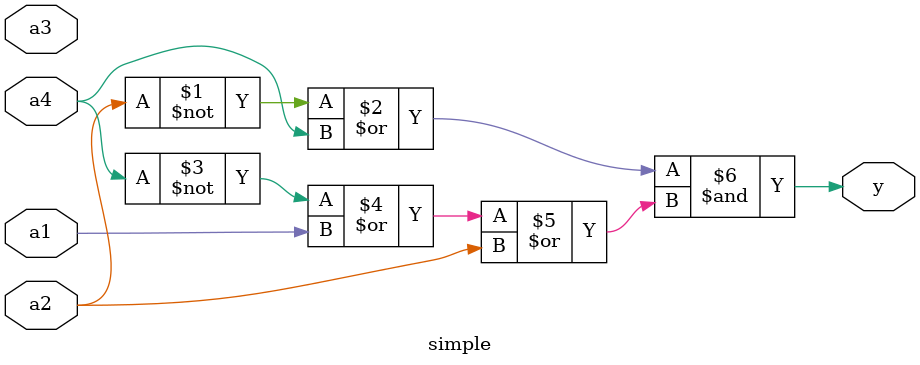
<source format=v>
module simple(a1, a2, a3, a4, y);
input a1, a2, a3, a4;
output y;
assign y = (~a2 | a4) & (~a4 | a1 | a2);
endmodule 
</source>
